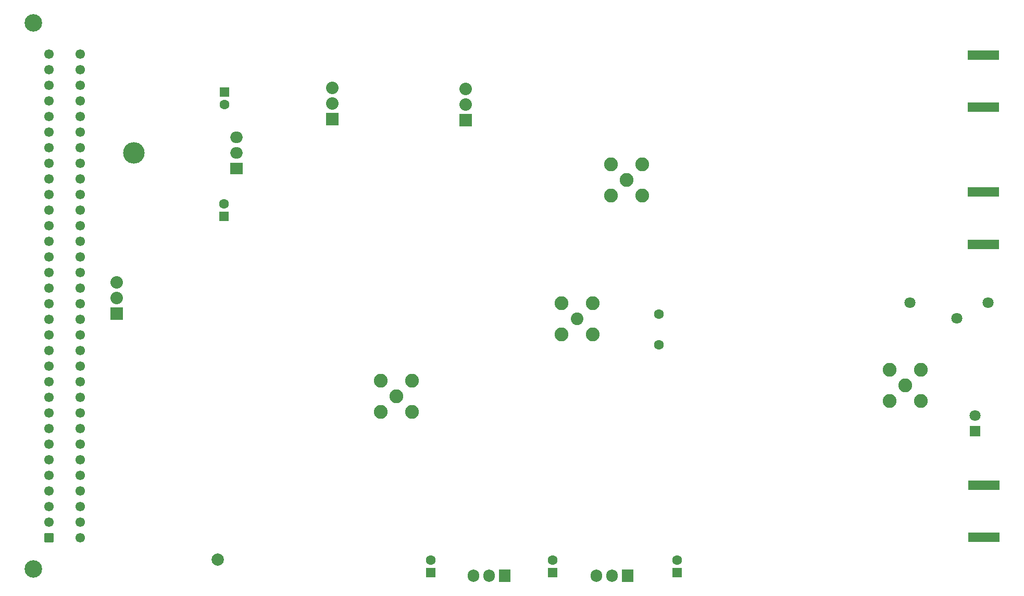
<source format=gbr>
G04 #@! TF.GenerationSoftware,KiCad,Pcbnew,(6.0.7)*
G04 #@! TF.CreationDate,2023-06-07T16:59:13+02:00*
G04 #@! TF.ProjectId,MTS_module,4d54535f-6d6f-4647-956c-652e6b696361,1.3.3*
G04 #@! TF.SameCoordinates,Original*
G04 #@! TF.FileFunction,Soldermask,Bot*
G04 #@! TF.FilePolarity,Negative*
%FSLAX46Y46*%
G04 Gerber Fmt 4.6, Leading zero omitted, Abs format (unit mm)*
G04 Created by KiCad (PCBNEW (6.0.7)) date 2023-06-07 16:59:13*
%MOMM*%
%LPD*%
G01*
G04 APERTURE LIST*
G04 Aperture macros list*
%AMRoundRect*
0 Rectangle with rounded corners*
0 $1 Rounding radius*
0 $2 $3 $4 $5 $6 $7 $8 $9 X,Y pos of 4 corners*
0 Add a 4 corners polygon primitive as box body*
4,1,4,$2,$3,$4,$5,$6,$7,$8,$9,$2,$3,0*
0 Add four circle primitives for the rounded corners*
1,1,$1+$1,$2,$3*
1,1,$1+$1,$4,$5*
1,1,$1+$1,$6,$7*
1,1,$1+$1,$8,$9*
0 Add four rect primitives between the rounded corners*
20,1,$1+$1,$2,$3,$4,$5,0*
20,1,$1+$1,$4,$5,$6,$7,0*
20,1,$1+$1,$6,$7,$8,$9,0*
20,1,$1+$1,$8,$9,$2,$3,0*%
G04 Aperture macros list end*
%ADD10C,2.850000*%
%ADD11RoundRect,0.249999X0.525001X-0.525001X0.525001X0.525001X-0.525001X0.525001X-0.525001X-0.525001X0*%
%ADD12C,1.550000*%
%ADD13C,1.600000*%
%ADD14R,1.600000X1.600000*%
%ADD15R,1.800000X1.800000*%
%ADD16C,1.800000*%
%ADD17C,2.250000*%
%ADD18C,2.000000*%
%ADD19R,1.905000X2.000000*%
%ADD20O,1.905000X2.000000*%
%ADD21R,5.080000X1.500000*%
%ADD22R,2.032000X2.032000*%
%ADD23C,2.032000*%
%ADD24O,3.500000X3.500000*%
%ADD25R,2.000000X1.905000*%
%ADD26O,2.000000X1.905000*%
%ADD27C,2.050000*%
G04 APERTURE END LIST*
D10*
X52860000Y-143180000D03*
X52860000Y-54280000D03*
D11*
X55400000Y-138100000D03*
D12*
X55400000Y-135560000D03*
X55400000Y-133020000D03*
X55400000Y-130480000D03*
X55400000Y-127940000D03*
X55400000Y-125400000D03*
X55400000Y-122860000D03*
X55400000Y-120320000D03*
X55400000Y-117780000D03*
X55400000Y-115240000D03*
X55400000Y-112700000D03*
X55400000Y-110160000D03*
X55400000Y-107620000D03*
X55400000Y-105080000D03*
X55400000Y-102540000D03*
X55400000Y-100000000D03*
X55400000Y-97460000D03*
X55400000Y-94920000D03*
X55400000Y-92380000D03*
X55400000Y-89840000D03*
X55400000Y-87300000D03*
X55400000Y-84760000D03*
X55400000Y-82220000D03*
X55400000Y-79680000D03*
X55400000Y-77140000D03*
X55400000Y-74600000D03*
X55400000Y-72060000D03*
X55400000Y-69520000D03*
X55400000Y-66980000D03*
X55400000Y-64440000D03*
X55400000Y-61900000D03*
X55400000Y-59360000D03*
X60480000Y-138100000D03*
X60480000Y-135560000D03*
X60480000Y-133020000D03*
X60480000Y-130480000D03*
X60480000Y-127940000D03*
X60480000Y-125400000D03*
X60480000Y-122860000D03*
X60480000Y-120320000D03*
X60480000Y-117780000D03*
X60480000Y-115240000D03*
X60480000Y-112700000D03*
X60480000Y-110160000D03*
X60480000Y-107620000D03*
X60480000Y-105080000D03*
X60480000Y-102540000D03*
X60480000Y-100000000D03*
X60480000Y-97460000D03*
X60480000Y-94920000D03*
X60480000Y-92380000D03*
X60480000Y-89840000D03*
X60480000Y-87300000D03*
X60480000Y-84760000D03*
X60480000Y-82220000D03*
X60480000Y-79680000D03*
X60480000Y-77140000D03*
X60480000Y-74600000D03*
X60480000Y-72060000D03*
X60480000Y-69520000D03*
X60480000Y-66980000D03*
X60480000Y-64440000D03*
X60480000Y-61900000D03*
X60480000Y-59360000D03*
D13*
X154600000Y-106700000D03*
X154600000Y-101700000D03*
D14*
X157500000Y-143800000D03*
D13*
X157500000Y-141800000D03*
D14*
X137300000Y-143800000D03*
D13*
X137300000Y-141800000D03*
D14*
X117500000Y-143800000D03*
D13*
X117500000Y-141800000D03*
D14*
X83900000Y-85800000D03*
D13*
X83900000Y-83800000D03*
D15*
X206000000Y-120800000D03*
D16*
X206000000Y-118260000D03*
D17*
X111900000Y-115100000D03*
X114440000Y-117640000D03*
X114440000Y-112560000D03*
X109360000Y-112560000D03*
X109360000Y-117640000D03*
D18*
X82900000Y-141700000D03*
D19*
X149500000Y-144300000D03*
D20*
X146960000Y-144300000D03*
X144420000Y-144300000D03*
D19*
X129500000Y-144300000D03*
D20*
X126960000Y-144300000D03*
X124420000Y-144300000D03*
D21*
X207300000Y-81850000D03*
X207300000Y-90350000D03*
D17*
X149300000Y-79900000D03*
X151840000Y-77360000D03*
X146760000Y-82440000D03*
X151840000Y-82440000D03*
X146760000Y-77360000D03*
D16*
X195400000Y-99900000D03*
X203020000Y-102440000D03*
X208100000Y-99900000D03*
D21*
X207300000Y-59550000D03*
X207300000Y-68050000D03*
X207400000Y-138050000D03*
X207400000Y-129550000D03*
D22*
X101500000Y-69940000D03*
D23*
X101500000Y-67400000D03*
X101500000Y-64860000D03*
D22*
X66400000Y-101600000D03*
D23*
X66400000Y-99060000D03*
X66400000Y-96520000D03*
D24*
X69240000Y-75460000D03*
D25*
X85900000Y-78000000D03*
D26*
X85900000Y-75460000D03*
X85900000Y-72920000D03*
D27*
X141300000Y-102500000D03*
D17*
X143840000Y-105040000D03*
X138760000Y-105040000D03*
X138760000Y-99960000D03*
X143840000Y-99960000D03*
D22*
X123200000Y-70140000D03*
D23*
X123200000Y-67600000D03*
X123200000Y-65060000D03*
D17*
X194600000Y-113300000D03*
X192060000Y-115840000D03*
X192060000Y-110760000D03*
X197140000Y-115840000D03*
X197140000Y-110760000D03*
D14*
X84000000Y-65600000D03*
D13*
X84000000Y-67600000D03*
M02*

</source>
